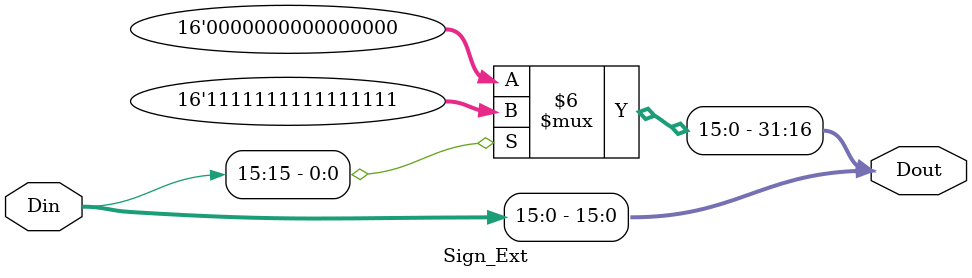
<source format=sv>
module Sign_Ext(Din, Dout);
  input [15:0]Din;
  output [31:0]Dout;
  
  reg [31:0]Dout;
  
  always @(Din)
    begin
      if(Din[15]==1'b1)
        begin
        Dout[31:16]=16'hFFFF;
      	Dout[15:0]=Din[15:0];
        end
      else 
        begin
        Dout[31:16]=16'h0;
        Dout[15:0]=Din[15:0];
        end
    end
endmodule
</source>
